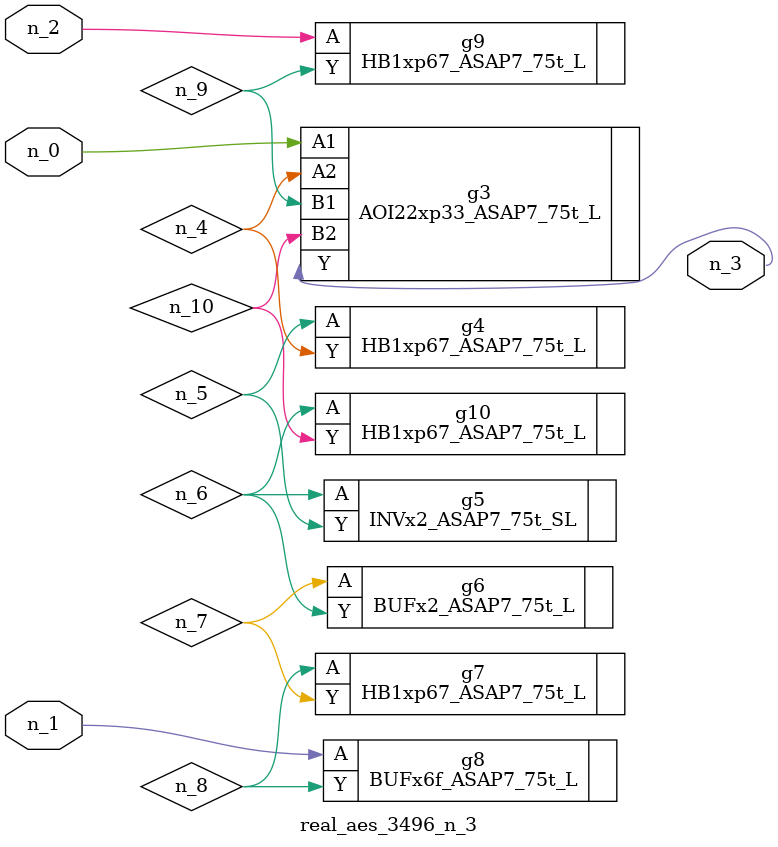
<source format=v>
module real_aes_3496_n_3 (n_0, n_2, n_1, n_3);
input n_0;
input n_2;
input n_1;
output n_3;
wire n_4;
wire n_5;
wire n_7;
wire n_9;
wire n_6;
wire n_8;
wire n_10;
AOI22xp33_ASAP7_75t_L g3 ( .A1(n_0), .A2(n_4), .B1(n_9), .B2(n_10), .Y(n_3) );
BUFx6f_ASAP7_75t_L g8 ( .A(n_1), .Y(n_8) );
HB1xp67_ASAP7_75t_L g9 ( .A(n_2), .Y(n_9) );
HB1xp67_ASAP7_75t_L g4 ( .A(n_5), .Y(n_4) );
INVx2_ASAP7_75t_SL g5 ( .A(n_6), .Y(n_5) );
HB1xp67_ASAP7_75t_L g10 ( .A(n_6), .Y(n_10) );
BUFx2_ASAP7_75t_L g6 ( .A(n_7), .Y(n_6) );
HB1xp67_ASAP7_75t_L g7 ( .A(n_8), .Y(n_7) );
endmodule
</source>
